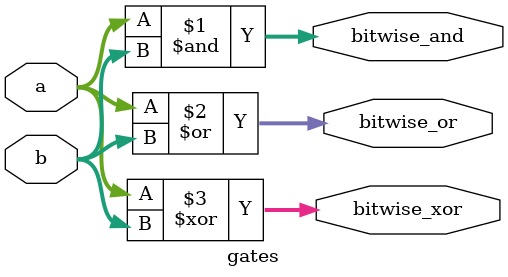
<source format=sv>
`timescale 1ns / 1ps

module gates#(parameter WIDTH = 4)(
  input reg [WIDTH-1:0] a, b,
  output reg [WIDTH-1:0] bitwise_and,
  output reg [WIDTH-1:0] bitwise_or,
  output reg [WIDTH-1:0] bitwise_xor
);
    assign  bitwise_and=a&b;
    assign  bitwise_or = a|b;
    assign  bitwise_xor = a^b; 
endmodule

</source>
